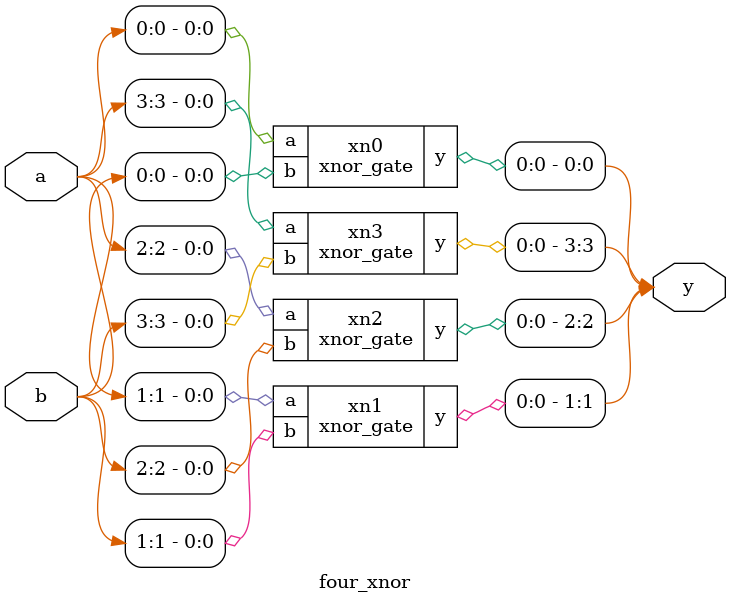
<source format=v>
module xnor_gate(input a, input b, output y);
    assign y = !(a ^ b);
endmodule

module four_xnor(input [3:0] a, input [3:0] b, output [3:0] y);
    xnor_gate xn0(a[0], b[0], y[0]);
    xnor_gate xn1(a[1], b[1], y[1]);
    xnor_gate xn2(a[2], b[2], y[2]);
    xnor_gate xn3(a[3], b[3], y[3]);
endmodule
</source>
